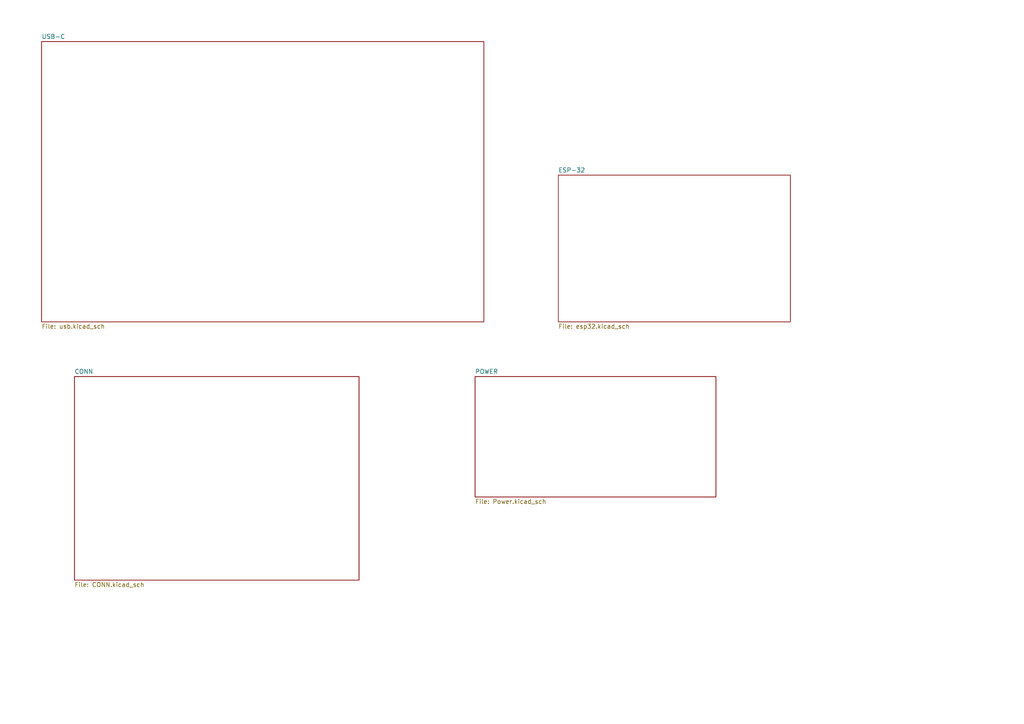
<source format=kicad_sch>
(kicad_sch
	(version 20231120)
	(generator "eeschema")
	(generator_version "8.0")
	(uuid "e416e5f9-e8d8-4a47-a2d9-cd71aee3ec92")
	(paper "A4")
	(lib_symbols)
	(sheet
		(at 12.065 12.065)
		(size 128.27 81.28)
		(fields_autoplaced yes)
		(stroke
			(width 0.1524)
			(type solid)
		)
		(fill
			(color 0 0 0 0.0000)
		)
		(uuid "0a9af444-5d2e-4611-a708-8bd2ba32e86b")
		(property "Sheetname" "USB-C"
			(at 12.065 11.3534 0)
			(effects
				(font
					(size 1.27 1.27)
				)
				(justify left bottom)
			)
		)
		(property "Sheetfile" "usb.kicad_sch"
			(at 12.065 93.9296 0)
			(effects
				(font
					(size 1.27 1.27)
				)
				(justify left top)
			)
		)
		(instances
			(project "2812-32"
				(path "/21dc8540-b710-4f8f-8324-23f965257052"
					(page "3")
				)
			)
			(project "2812-32-mini"
				(path "/e416e5f9-e8d8-4a47-a2d9-cd71aee3ec92"
					(page "2")
				)
			)
		)
	)
	(sheet
		(at 137.795 109.22)
		(size 69.85 34.925)
		(fields_autoplaced yes)
		(stroke
			(width 0.1524)
			(type solid)
		)
		(fill
			(color 0 0 0 0.0000)
		)
		(uuid "24f0d245-b862-430a-aa53-bf18240f0f16")
		(property "Sheetname" "POWER"
			(at 137.795 108.5084 0)
			(effects
				(font
					(size 1.27 1.27)
				)
				(justify left bottom)
			)
		)
		(property "Sheetfile" "Power.kicad_sch"
			(at 137.795 144.7296 0)
			(effects
				(font
					(size 1.27 1.27)
				)
				(justify left top)
			)
		)
		(property "Field2" ""
			(at 137.795 109.22 0)
			(effects
				(font
					(size 1.27 1.27)
				)
				(hide yes)
			)
		)
		(instances
			(project "2812-32-mini"
				(path "/e416e5f9-e8d8-4a47-a2d9-cd71aee3ec92"
					(page "5")
				)
			)
		)
	)
	(sheet
		(at 161.925 50.8)
		(size 67.31 42.545)
		(fields_autoplaced yes)
		(stroke
			(width 0.1524)
			(type solid)
		)
		(fill
			(color 0 0 0 0.0000)
		)
		(uuid "28caaf97-d5da-4ca2-83cf-276161b7f77e")
		(property "Sheetname" "ESP-32"
			(at 161.925 50.0884 0)
			(effects
				(font
					(size 1.27 1.27)
				)
				(justify left bottom)
			)
		)
		(property "Sheetfile" "esp32.kicad_sch"
			(at 161.925 93.9296 0)
			(effects
				(font
					(size 1.27 1.27)
				)
				(justify left top)
			)
		)
		(instances
			(project "2812-32-mini"
				(path "/e416e5f9-e8d8-4a47-a2d9-cd71aee3ec92"
					(page "3")
				)
			)
		)
	)
	(sheet
		(at 21.59 109.22)
		(size 82.55 59.055)
		(fields_autoplaced yes)
		(stroke
			(width 0.1524)
			(type solid)
		)
		(fill
			(color 0 0 0 0.0000)
		)
		(uuid "78b937d8-3961-424a-baaf-c08639b3027b")
		(property "Sheetname" "CONN"
			(at 21.59 108.5084 0)
			(effects
				(font
					(size 1.27 1.27)
				)
				(justify left bottom)
			)
		)
		(property "Sheetfile" "CONN.kicad_sch"
			(at 21.59 168.8596 0)
			(effects
				(font
					(size 1.27 1.27)
				)
				(justify left top)
			)
		)
		(instances
			(project "2812-32-mini"
				(path "/e416e5f9-e8d8-4a47-a2d9-cd71aee3ec92"
					(page "4")
				)
			)
		)
	)
	(sheet_instances
		(path "/"
			(page "1")
		)
	)
)

</source>
